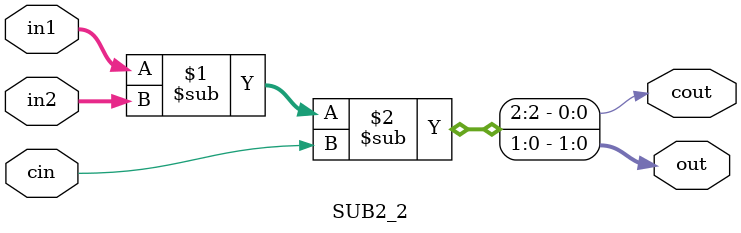
<source format=v>
module SUB2_2 #(parameter SIZE = 2)(input [SIZE-1:0] in1, in2, 
    input cin, output [SIZE-1:0] out, output cout);
assign {cout, out} = in1 - in2 - cin;
endmodule
</source>
